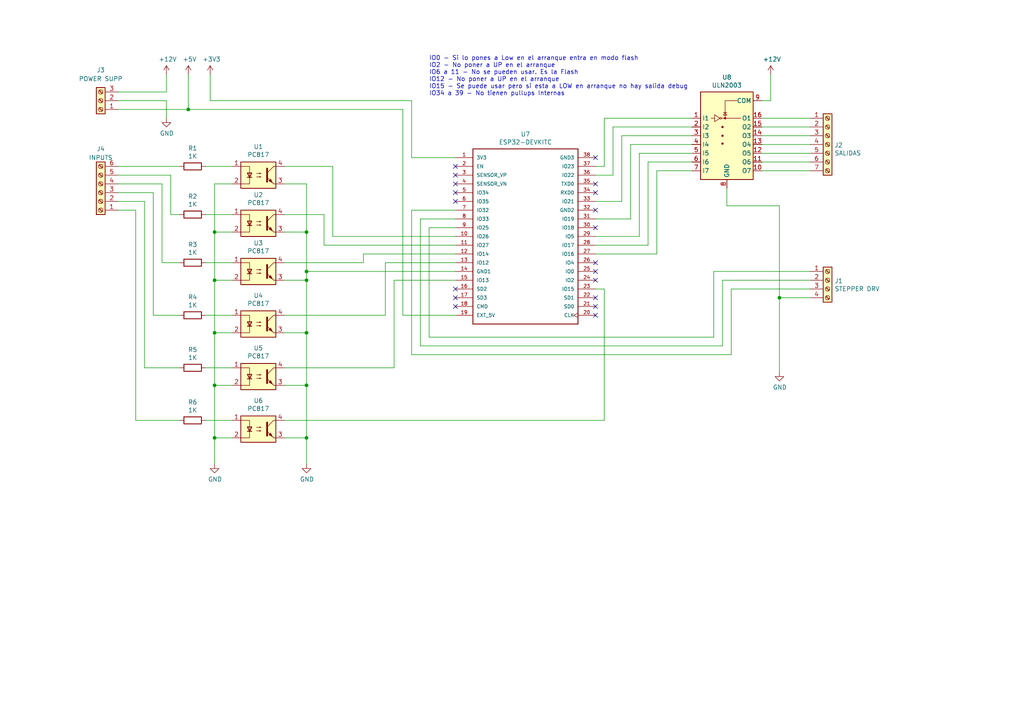
<source format=kicad_sch>
(kicad_sch (version 20211123) (generator eeschema)
  (paper "A4")
  (lib_symbols
    (symbol "Connector:Screw_Terminal_01x03" (pin_names (offset 1.016) hide)
      (property "Reference" "J" (at 0 5.08 0))
      (property "Value" "Screw_Terminal_01x03" (at 0 -5.08 0))
      (symbol "Screw_Terminal_01x03_1_1"
        (rectangle (start -1.27 3.81) (end 1.27 -3.81) (stroke (width 0.254)) (fill (type background)))
        (circle (center 0 -2.54) (radius 0.635) (stroke (width 0.1524)))
        (polyline (pts (xy -0.5334 -2.2098) (xy 0.3302 -3.048)) (stroke (width 0.1524)))
        (polyline (pts (xy -0.5334 0.3302) (xy 0.3302 -0.508)) (stroke (width 0.1524)))
        (polyline (pts (xy -0.5334 2.8702) (xy 0.3302 2.032)) (stroke (width 0.1524)))
        (polyline (pts (xy -0.3556 -2.032) (xy 0.508 -2.8702)) (stroke (width 0.1524)))
        (polyline (pts (xy -0.3556 0.508) (xy 0.508 -0.3302)) (stroke (width 0.1524)))
        (polyline (pts (xy -0.3556 3.048) (xy 0.508 2.2098)) (stroke (width 0.1524)))
        (circle (center 0 0) (radius 0.635) (stroke (width 0.1524)))
        (circle (center 0 2.54) (radius 0.635) (stroke (width 0.1524)))
        (pin passive line (at -5.08 2.54 0) (length 3.81) (name "Pin_1") (number "1"))
        (pin passive line (at -5.08 0 0) (length 3.81) (name "Pin_2") (number "2"))
        (pin passive line (at -5.08 -2.54 0) (length 3.81) (name "Pin_3") (number "3"))
      )
    )
    (symbol "Connector:Screw_Terminal_01x04" (pin_names (offset 1.016) hide)
      (property "Reference" "J" (at 0 5.08 0))
      (property "Value" "Screw_Terminal_01x04" (at 0 -7.62 0))
      (symbol "Screw_Terminal_01x04_1_1"
        (rectangle (start -1.27 3.81) (end 1.27 -6.35) (stroke (width 0.254)) (fill (type background)))
        (circle (center 0 -5.08) (radius 0.635) (stroke (width 0.1524)))
        (circle (center 0 -2.54) (radius 0.635) (stroke (width 0.1524)))
        (polyline (pts (xy -0.5334 -4.7498) (xy 0.3302 -5.588)) (stroke (width 0.1524)))
        (polyline (pts (xy -0.5334 -2.2098) (xy 0.3302 -3.048)) (stroke (width 0.1524)))
        (polyline (pts (xy -0.5334 0.3302) (xy 0.3302 -0.508)) (stroke (width 0.1524)))
        (polyline (pts (xy -0.5334 2.8702) (xy 0.3302 2.032)) (stroke (width 0.1524)))
        (polyline (pts (xy -0.3556 -4.572) (xy 0.508 -5.4102)) (stroke (width 0.1524)))
        (polyline (pts (xy -0.3556 -2.032) (xy 0.508 -2.8702)) (stroke (width 0.1524)))
        (polyline (pts (xy -0.3556 0.508) (xy 0.508 -0.3302)) (stroke (width 0.1524)))
        (polyline (pts (xy -0.3556 3.048) (xy 0.508 2.2098)) (stroke (width 0.1524)))
        (circle (center 0 0) (radius 0.635) (stroke (width 0.1524)))
        (circle (center 0 2.54) (radius 0.635) (stroke (width 0.1524)))
        (pin passive line (at -5.08 2.54 0) (length 3.81) (name "Pin_1") (number "1"))
        (pin passive line (at -5.08 0 0) (length 3.81) (name "Pin_2") (number "2"))
        (pin passive line (at -5.08 -2.54 0) (length 3.81) (name "Pin_3") (number "3"))
        (pin passive line (at -5.08 -5.08 0) (length 3.81) (name "Pin_4") (number "4"))
      )
    )
    (symbol "Connector:Screw_Terminal_01x06" (pin_names (offset 1.016) hide)
      (property "Reference" "J" (at 0 7.62 0))
      (property "Value" "Screw_Terminal_01x06" (at 0 -10.16 0))
      (symbol "Screw_Terminal_01x06_1_1"
        (rectangle (start -1.27 6.35) (end 1.27 -8.89) (stroke (width 0.254)) (fill (type background)))
        (circle (center 0 -7.62) (radius 0.635) (stroke (width 0.1524)))
        (circle (center 0 -5.08) (radius 0.635) (stroke (width 0.1524)))
        (circle (center 0 -2.54) (radius 0.635) (stroke (width 0.1524)))
        (polyline (pts (xy -0.5334 -7.2898) (xy 0.3302 -8.128)) (stroke (width 0.1524)))
        (polyline (pts (xy -0.5334 -4.7498) (xy 0.3302 -5.588)) (stroke (width 0.1524)))
        (polyline (pts (xy -0.5334 -2.2098) (xy 0.3302 -3.048)) (stroke (width 0.1524)))
        (polyline (pts (xy -0.5334 0.3302) (xy 0.3302 -0.508)) (stroke (width 0.1524)))
        (polyline (pts (xy -0.5334 2.8702) (xy 0.3302 2.032)) (stroke (width 0.1524)))
        (polyline (pts (xy -0.5334 5.4102) (xy 0.3302 4.572)) (stroke (width 0.1524)))
        (polyline (pts (xy -0.3556 -7.112) (xy 0.508 -7.9502)) (stroke (width 0.1524)))
        (polyline (pts (xy -0.3556 -4.572) (xy 0.508 -5.4102)) (stroke (width 0.1524)))
        (polyline (pts (xy -0.3556 -2.032) (xy 0.508 -2.8702)) (stroke (width 0.1524)))
        (polyline (pts (xy -0.3556 0.508) (xy 0.508 -0.3302)) (stroke (width 0.1524)))
        (polyline (pts (xy -0.3556 3.048) (xy 0.508 2.2098)) (stroke (width 0.1524)))
        (polyline (pts (xy -0.3556 5.588) (xy 0.508 4.7498)) (stroke (width 0.1524)))
        (circle (center 0 0) (radius 0.635) (stroke (width 0.1524)))
        (circle (center 0 2.54) (radius 0.635) (stroke (width 0.1524)))
        (circle (center 0 5.08) (radius 0.635) (stroke (width 0.1524)))
        (pin passive line (at -5.08 5.08 0) (length 3.81) (name "Pin_1") (number "1"))
        (pin passive line (at -5.08 2.54 0) (length 3.81) (name "Pin_2") (number "2"))
        (pin passive line (at -5.08 0 0) (length 3.81) (name "Pin_3") (number "3"))
        (pin passive line (at -5.08 -2.54 0) (length 3.81) (name "Pin_4") (number "4"))
        (pin passive line (at -5.08 -5.08 0) (length 3.81) (name "Pin_5") (number "5"))
        (pin passive line (at -5.08 -7.62 0) (length 3.81) (name "Pin_6") (number "6"))
      )
    )
    (symbol "Connector:Screw_Terminal_01x07" (pin_names (offset 1.016) hide)
      (property "Reference" "J" (at 0 10.16 0))
      (property "Value" "Screw_Terminal_01x07" (at 0 -10.16 0))
      (symbol "Screw_Terminal_01x07_1_1"
        (rectangle (start -1.27 8.89) (end 1.27 -8.89) (stroke (width 0.254)) (fill (type background)))
        (circle (center 0 -7.62) (radius 0.635) (stroke (width 0.1524)))
        (circle (center 0 -5.08) (radius 0.635) (stroke (width 0.1524)))
        (circle (center 0 -2.54) (radius 0.635) (stroke (width 0.1524)))
        (polyline (pts (xy -0.5334 -7.2898) (xy 0.3302 -8.128)) (stroke (width 0.1524)))
        (polyline (pts (xy -0.5334 -4.7498) (xy 0.3302 -5.588)) (stroke (width 0.1524)))
        (polyline (pts (xy -0.5334 -2.2098) (xy 0.3302 -3.048)) (stroke (width 0.1524)))
        (polyline (pts (xy -0.5334 0.3302) (xy 0.3302 -0.508)) (stroke (width 0.1524)))
        (polyline (pts (xy -0.5334 2.8702) (xy 0.3302 2.032)) (stroke (width 0.1524)))
        (polyline (pts (xy -0.5334 5.4102) (xy 0.3302 4.572)) (stroke (width 0.1524)))
        (polyline (pts (xy -0.5334 7.9502) (xy 0.3302 7.112)) (stroke (width 0.1524)))
        (polyline (pts (xy -0.3556 -7.112) (xy 0.508 -7.9502)) (stroke (width 0.1524)))
        (polyline (pts (xy -0.3556 -4.572) (xy 0.508 -5.4102)) (stroke (width 0.1524)))
        (polyline (pts (xy -0.3556 -2.032) (xy 0.508 -2.8702)) (stroke (width 0.1524)))
        (polyline (pts (xy -0.3556 0.508) (xy 0.508 -0.3302)) (stroke (width 0.1524)))
        (polyline (pts (xy -0.3556 3.048) (xy 0.508 2.2098)) (stroke (width 0.1524)))
        (polyline (pts (xy -0.3556 5.588) (xy 0.508 4.7498)) (stroke (width 0.1524)))
        (polyline (pts (xy -0.3556 8.128) (xy 0.508 7.2898)) (stroke (width 0.1524)))
        (circle (center 0 0) (radius 0.635) (stroke (width 0.1524)))
        (circle (center 0 2.54) (radius 0.635) (stroke (width 0.1524)))
        (circle (center 0 5.08) (radius 0.635) (stroke (width 0.1524)))
        (circle (center 0 7.62) (radius 0.635) (stroke (width 0.1524)))
        (pin passive line (at -5.08 7.62 0) (length 3.81) (name "Pin_1") (number "1"))
        (pin passive line (at -5.08 5.08 0) (length 3.81) (name "Pin_2") (number "2"))
        (pin passive line (at -5.08 2.54 0) (length 3.81) (name "Pin_3") (number "3"))
        (pin passive line (at -5.08 0 0) (length 3.81) (name "Pin_4") (number "4"))
        (pin passive line (at -5.08 -2.54 0) (length 3.81) (name "Pin_5") (number "5"))
        (pin passive line (at -5.08 -5.08 0) (length 3.81) (name "Pin_6") (number "6"))
        (pin passive line (at -5.08 -7.62 0) (length 3.81) (name "Pin_7") (number "7"))
      )
    )
    (symbol "Device:R" (pin_numbers hide) (pin_names (offset 0))
      (property "Reference" "R" (at 2.032 0 90))
      (property "Value" "R" (at 0 0 90))
      (symbol "R_0_1"
        (rectangle (start -1.016 -2.54) (end 1.016 2.54) (stroke (width 0.254)))
      )
      (symbol "R_1_1"
        (pin passive line (at 0 3.81 270) (length 1.27) (name "~") (number "1"))
        (pin passive line (at 0 -3.81 90) (length 1.27) (name "~") (number "2"))
      )
    )
    (symbol "Isolator:PC817" (pin_names (offset 1.016))
      (property "Reference" "U" (at -5.08 5.08 0))
      (property "Value" "PC817" (at 0 5.08 0))
      (symbol "PC817_0_1"
        (rectangle (start -5.08 3.81) (end 5.08 -3.81) (stroke (width 0.254)) (fill (type background)))
        (polyline (pts (xy -3.175 -0.635) (xy -1.905 -0.635)) (stroke (width 0.254)))
        (polyline (pts (xy 2.54 0.635) (xy 4.445 2.54)))
        (polyline (pts (xy 4.445 -2.54) (xy 2.54 -0.635)) (fill (type outline)))
        (polyline (pts (xy 4.445 -2.54) (xy 5.08 -2.54)))
        (polyline (pts (xy 4.445 2.54) (xy 5.08 2.54)))
        (polyline (pts (xy -5.08 2.54) (xy -2.54 2.54) (xy -2.54 -0.635)))
        (polyline (pts (xy -2.54 -0.635) (xy -2.54 -2.54) (xy -5.08 -2.54)))
        (polyline (pts (xy 2.54 1.905) (xy 2.54 -1.905) (xy 2.54 -1.905)) (stroke (width 0.508)))
        (polyline (pts (xy -2.54 -0.635) (xy -3.175 0.635) (xy -1.905 0.635) (xy -2.54 -0.635)) (stroke (width 0.254)))
        (polyline (pts (xy -0.508 -0.508) (xy 0.762 -0.508) (xy 0.381 -0.635) (xy 0.381 -0.381) (xy 0.762 -0.508)))
        (polyline (pts (xy -0.508 0.508) (xy 0.762 0.508) (xy 0.381 0.381) (xy 0.381 0.635) (xy 0.762 0.508)))
        (polyline (pts (xy 3.048 -1.651) (xy 3.556 -1.143) (xy 4.064 -2.159) (xy 3.048 -1.651) (xy 3.048 -1.651)) (fill (type outline)))
      )
      (symbol "PC817_1_1"
        (pin passive line (at -7.62 2.54 0) (length 2.54) (name "~") (number "1"))
        (pin passive line (at -7.62 -2.54 0) (length 2.54) (name "~") (number "2"))
        (pin passive line (at 7.62 -2.54 180) (length 2.54) (name "~") (number "3"))
        (pin passive line (at 7.62 2.54 180) (length 2.54) (name "~") (number "4"))
      )
    )
    (symbol "PlacaIOAzimut-rescue:ESP32-DEVKITC-ESP32-DEVKITC" (pin_names (offset 1.016))
      (property "Reference" "U" (at -15.2654 26.0604 0))
      (property "Value" "ESP32-DEVKITC-ESP32-DEVKITC" (at -15.2654 -27.9654 0))
      (symbol "ESP32-DEVKITC-ESP32-DEVKITC_0_0"
        (polyline (pts (xy -15.24 -25.4) (xy -15.24 25.4)) (stroke (width 0.254)))
        (polyline (pts (xy -15.24 25.4) (xy 15.24 25.4)) (stroke (width 0.254)))
        (polyline (pts (xy 15.24 -25.4) (xy -15.24 -25.4)) (stroke (width 0.254)))
        (polyline (pts (xy 15.24 25.4) (xy 15.24 -25.4)) (stroke (width 0.254)))
        (pin power_in line (at -20.32 22.86 0) (length 5.08) (name "3V3") (number "1"))
        (pin bidirectional line (at -20.32 0 0) (length 5.08) (name "IO26") (number "10"))
        (pin bidirectional line (at -20.32 -2.54 0) (length 5.08) (name "IO27") (number "11"))
        (pin bidirectional line (at -20.32 -5.08 0) (length 5.08) (name "IO14") (number "12"))
        (pin bidirectional line (at -20.32 -7.62 0) (length 5.08) (name "IO12") (number "13"))
        (pin power_in line (at -20.32 -10.16 0) (length 5.08) (name "GND1") (number "14"))
        (pin bidirectional line (at -20.32 -12.7 0) (length 5.08) (name "IO13") (number "15"))
        (pin bidirectional line (at -20.32 -15.24 0) (length 5.08) (name "SD2") (number "16"))
        (pin bidirectional line (at -20.32 -17.78 0) (length 5.08) (name "SD3") (number "17"))
        (pin bidirectional line (at -20.32 -20.32 0) (length 5.08) (name "CMD") (number "18"))
        (pin power_in line (at -20.32 -22.86 0) (length 5.08) (name "EXT_5V") (number "19"))
        (pin input line (at -20.32 20.32 0) (length 5.08) (name "EN") (number "2"))
        (pin input clock (at 20.32 -22.86 180) (length 5.08) (name "CLK") (number "20"))
        (pin bidirectional line (at 20.32 -20.32 180) (length 5.08) (name "SD0") (number "21"))
        (pin bidirectional line (at 20.32 -17.78 180) (length 5.08) (name "SD1") (number "22"))
        (pin bidirectional line (at 20.32 -15.24 180) (length 5.08) (name "IO15") (number "23"))
        (pin bidirectional line (at 20.32 -12.7 180) (length 5.08) (name "IO2") (number "24"))
        (pin bidirectional line (at 20.32 -10.16 180) (length 5.08) (name "IO0") (number "25"))
        (pin bidirectional line (at 20.32 -7.62 180) (length 5.08) (name "IO4") (number "26"))
        (pin bidirectional line (at 20.32 -5.08 180) (length 5.08) (name "IO16") (number "27"))
        (pin bidirectional line (at 20.32 -2.54 180) (length 5.08) (name "IO17") (number "28"))
        (pin bidirectional line (at 20.32 0 180) (length 5.08) (name "IO5") (number "29"))
        (pin input line (at -20.32 17.78 0) (length 5.08) (name "SENSOR_VP") (number "3"))
        (pin bidirectional line (at 20.32 2.54 180) (length 5.08) (name "IO18") (number "30"))
        (pin bidirectional line (at 20.32 5.08 180) (length 5.08) (name "IO19") (number "31"))
        (pin power_in line (at 20.32 7.62 180) (length 5.08) (name "GND2") (number "32"))
        (pin bidirectional line (at 20.32 10.16 180) (length 5.08) (name "IO21") (number "33"))
        (pin input line (at 20.32 12.7 180) (length 5.08) (name "RXD0") (number "34"))
        (pin output line (at 20.32 15.24 180) (length 5.08) (name "TXD0") (number "35"))
        (pin bidirectional line (at 20.32 17.78 180) (length 5.08) (name "IO22") (number "36"))
        (pin bidirectional line (at 20.32 20.32 180) (length 5.08) (name "IO23") (number "37"))
        (pin power_in line (at 20.32 22.86 180) (length 5.08) (name "GND3") (number "38"))
        (pin input line (at -20.32 15.24 0) (length 5.08) (name "SENSOR_VN") (number "4"))
        (pin bidirectional line (at -20.32 12.7 0) (length 5.08) (name "IO34") (number "5"))
        (pin bidirectional line (at -20.32 10.16 0) (length 5.08) (name "IO35") (number "6"))
        (pin bidirectional line (at -20.32 7.62 0) (length 5.08) (name "IO32") (number "7"))
        (pin bidirectional line (at -20.32 5.08 0) (length 5.08) (name "IO33") (number "8"))
        (pin bidirectional line (at -20.32 2.54 0) (length 5.08) (name "IO25") (number "9"))
      )
    )
    (symbol "Transistor_Array:ULN2003"
      (property "Reference" "U" (at 0 15.875 0))
      (property "Value" "ULN2003" (at 0 13.97 0))
      (symbol "ULN2003_0_1"
        (rectangle (start -7.62 -12.7) (end 7.62 12.7) (stroke (width 0.254)) (fill (type background)))
        (circle (center -1.778 5.08) (radius 0.254))
        (circle (center -1.27 -2.286) (radius 0.254) (fill (type outline)))
        (circle (center -1.27 0) (radius 0.254) (fill (type outline)))
        (circle (center -1.27 2.54) (radius 0.254) (fill (type outline)))
        (circle (center -0.508 5.08) (radius 0.254) (fill (type outline)))
        (polyline (pts (xy -4.572 5.08) (xy -3.556 5.08)))
        (polyline (pts (xy -1.524 5.08) (xy 4.064 5.08)))
        (polyline (pts (xy 0 6.731) (xy -1.016 6.731)))
        (polyline (pts (xy -0.508 5.08) (xy -0.508 10.16) (xy 2.921 10.16)))
        (polyline (pts (xy -3.556 6.096) (xy -3.556 4.064) (xy -2.032 5.08) (xy -3.556 6.096)))
        (polyline (pts (xy 0 5.969) (xy -1.016 5.969) (xy -0.508 6.731) (xy 0 5.969)))
      )
      (symbol "ULN2003_1_1"
        (pin input line (at -10.16 5.08 0) (length 2.54) (name "I1") (number "1"))
        (pin open_collector line (at 10.16 -10.16 180) (length 2.54) (name "O7") (number "10"))
        (pin open_collector line (at 10.16 -7.62 180) (length 2.54) (name "O6") (number "11"))
        (pin open_collector line (at 10.16 -5.08 180) (length 2.54) (name "O5") (number "12"))
        (pin open_collector line (at 10.16 -2.54 180) (length 2.54) (name "O4") (number "13"))
        (pin open_collector line (at 10.16 0 180) (length 2.54) (name "O3") (number "14"))
        (pin open_collector line (at 10.16 2.54 180) (length 2.54) (name "O2") (number "15"))
        (pin open_collector line (at 10.16 5.08 180) (length 2.54) (name "O1") (number "16"))
        (pin input line (at -10.16 2.54 0) (length 2.54) (name "I2") (number "2"))
        (pin input line (at -10.16 0 0) (length 2.54) (name "I3") (number "3"))
        (pin input line (at -10.16 -2.54 0) (length 2.54) (name "I4") (number "4"))
        (pin input line (at -10.16 -5.08 0) (length 2.54) (name "I5") (number "5"))
        (pin input line (at -10.16 -7.62 0) (length 2.54) (name "I6") (number "6"))
        (pin input line (at -10.16 -10.16 0) (length 2.54) (name "I7") (number "7"))
        (pin power_in line (at 0 -15.24 90) (length 2.54) (name "GND") (number "8"))
        (pin passive line (at 10.16 10.16 180) (length 2.54) (name "COM") (number "9"))
      )
    )
    (symbol "power:+12V" (power) (pin_names (offset 0))
      (property "Value" "+12V" (at 0 3.556 0))
      (symbol "+12V_0_1"
        (polyline (pts (xy -0.762 1.27) (xy 0 2.54)))
        (polyline (pts (xy 0 0) (xy 0 2.54)))
        (polyline (pts (xy 0 2.54) (xy 0.762 1.27)))
      )
      (symbol "+12V_1_1"
        (pin power_in line (at 0 0 90) (length 0) hide (name "+12V") (number "1"))
      )
    )
    (symbol "power:+3V3" (power) (pin_names (offset 0))
      (property "Value" "+3V3" (at 0 3.556 0))
      (symbol "+3V3_0_1"
        (polyline (pts (xy -0.762 1.27) (xy 0 2.54)))
        (polyline (pts (xy 0 0) (xy 0 2.54)))
        (polyline (pts (xy 0 2.54) (xy 0.762 1.27)))
      )
      (symbol "+3V3_1_1"
        (pin power_in line (at 0 0 90) (length 0) hide (name "+3V3") (number "1"))
      )
    )
    (symbol "power:+5V" (power) (pin_names (offset 0))
      (property "Value" "+5V" (at 0 3.556 0))
      (symbol "+5V_0_1"
        (polyline (pts (xy -0.762 1.27) (xy 0 2.54)))
        (polyline (pts (xy 0 0) (xy 0 2.54)))
        (polyline (pts (xy 0 2.54) (xy 0.762 1.27)))
      )
      (symbol "+5V_1_1"
        (pin power_in line (at 0 0 90) (length 0) hide (name "+5V") (number "1"))
      )
    )
    (symbol "power:GND" (power) (pin_names (offset 0))
      (property "Value" "GND" (at 0 -3.81 0))
      (symbol "GND_0_1"
        (polyline (pts (xy 0 0) (xy 0 -1.27) (xy 1.27 -1.27) (xy 0 -2.54) (xy -1.27 -1.27) (xy 0 -1.27)))
      )
      (symbol "GND_1_1"
        (pin power_in line (at 0 0 270) (length 0) hide (name "GND") (number "1"))
      )
    )
  )
  (junction (at 62.23 127))
  (junction (at 88.9 67.31))
  (junction (at 62.23 81.28))
  (junction (at 62.23 111.76))
  (junction (at 88.9 96.52))
  (junction (at 88.9 111.76))
  (junction (at 88.9 81.28))
  (junction (at 88.9 78.74))
  (junction (at 62.23 67.31))
  (junction (at 226.06 86.36))
  (junction (at 88.9 127))
  (junction (at 62.23 96.52))
  (junction (at 54.61 31.75))
  (no_connect (at 132.08 50.8))
  (no_connect (at 172.72 66.04))
  (no_connect (at 132.08 88.9))
  (no_connect (at 172.72 53.34))
  (no_connect (at 132.08 55.88))
  (no_connect (at 172.72 86.36))
  (no_connect (at 172.72 55.88))
  (no_connect (at 172.72 60.96))
  (no_connect (at 172.72 88.9))
  (no_connect (at 132.08 53.34))
  (no_connect (at 172.72 78.74))
  (no_connect (at 132.08 83.82))
  (no_connect (at 132.08 48.26))
  (no_connect (at 172.72 76.2))
  (no_connect (at 132.08 86.36))
  (no_connect (at 172.72 45.72))
  (no_connect (at 172.72 91.44))
  (no_connect (at 132.08 58.42))
  (no_connect (at 172.72 81.28))
  (wire (pts (xy 67.31 81.28) (xy 62.23 81.28)))
  (wire (pts (xy 220.98 49.53) (xy 234.95 49.53)))
  (wire (pts (xy 119.38 102.87) (xy 212.09 102.87)))
  (wire (pts (xy 67.31 96.52) (xy 62.23 96.52)))
  (wire (pts (xy 54.61 31.75) (xy 54.61 21.59)))
  (wire (pts (xy 39.37 60.96) (xy 34.29 60.96)))
  (wire (pts (xy 172.72 68.58) (xy 185.42 68.58)))
  (wire (pts (xy 182.88 63.5) (xy 182.88 41.91)))
  (wire (pts (xy 172.72 83.82) (xy 175.26 83.82)))
  (wire (pts (xy 62.23 111.76) (xy 62.23 127)))
  (wire (pts (xy 52.07 106.68) (xy 41.91 106.68)))
  (wire (pts (xy 88.9 53.34) (xy 88.9 67.31)))
  (wire (pts (xy 220.98 41.91) (xy 234.95 41.91)))
  (wire (pts (xy 210.82 54.61) (xy 210.82 59.69)))
  (wire (pts (xy 44.45 55.88) (xy 34.29 55.88)))
  (wire (pts (xy 82.55 67.31) (xy 88.9 67.31)))
  (wire (pts (xy 175.26 83.82) (xy 175.26 121.92)))
  (wire (pts (xy 59.69 76.2) (xy 67.31 76.2)))
  (wire (pts (xy 82.55 111.76) (xy 88.9 111.76)))
  (wire (pts (xy 124.46 97.79) (xy 207.01 97.79)))
  (wire (pts (xy 111.76 76.2) (xy 111.76 91.44)))
  (wire (pts (xy 119.38 29.21) (xy 60.96 29.21)))
  (wire (pts (xy 175.26 34.29) (xy 200.66 34.29)))
  (wire (pts (xy 212.09 102.87) (xy 212.09 83.82)))
  (wire (pts (xy 185.42 68.58) (xy 185.42 44.45)))
  (wire (pts (xy 172.72 58.42) (xy 180.34 58.42)))
  (wire (pts (xy 119.38 45.72) (xy 119.38 29.21)))
  (wire (pts (xy 226.06 59.69) (xy 226.06 86.36)))
  (wire (pts (xy 220.98 39.37) (xy 234.95 39.37)))
  (wire (pts (xy 220.98 34.29) (xy 234.95 34.29)))
  (wire (pts (xy 41.91 106.68) (xy 41.91 58.42)))
  (wire (pts (xy 132.08 68.58) (xy 96.52 68.58)))
  (wire (pts (xy 96.52 48.26) (xy 82.55 48.26)))
  (wire (pts (xy 62.23 53.34) (xy 62.23 67.31)))
  (wire (pts (xy 172.72 63.5) (xy 182.88 63.5)))
  (wire (pts (xy 49.53 50.8) (xy 49.53 62.23)))
  (wire (pts (xy 177.8 36.83) (xy 200.66 36.83)))
  (wire (pts (xy 34.29 50.8) (xy 49.53 50.8)))
  (wire (pts (xy 220.98 44.45) (xy 234.95 44.45)))
  (wire (pts (xy 175.26 121.92) (xy 82.55 121.92)))
  (wire (pts (xy 119.38 60.96) (xy 119.38 102.87)))
  (wire (pts (xy 212.09 83.82) (xy 234.95 83.82)))
  (wire (pts (xy 60.96 29.21) (xy 60.96 21.59)))
  (wire (pts (xy 210.82 59.69) (xy 226.06 59.69)))
  (wire (pts (xy 207.01 97.79) (xy 207.01 78.74)))
  (wire (pts (xy 132.08 66.04) (xy 124.46 66.04)))
  (wire (pts (xy 121.92 63.5) (xy 121.92 100.33)))
  (wire (pts (xy 209.55 100.33) (xy 209.55 81.28)))
  (wire (pts (xy 180.34 58.42) (xy 180.34 39.37)))
  (wire (pts (xy 34.29 48.26) (xy 52.07 48.26)))
  (wire (pts (xy 46.99 76.2) (xy 52.07 76.2)))
  (wire (pts (xy 67.31 67.31) (xy 62.23 67.31)))
  (wire (pts (xy 132.08 60.96) (xy 119.38 60.96)))
  (wire (pts (xy 82.55 96.52) (xy 88.9 96.52)))
  (wire (pts (xy 177.8 50.8) (xy 177.8 36.83)))
  (wire (pts (xy 48.26 26.67) (xy 48.26 21.59)))
  (wire (pts (xy 114.3 106.68) (xy 82.55 106.68)))
  (wire (pts (xy 82.55 127) (xy 88.9 127)))
  (wire (pts (xy 52.07 91.44) (xy 44.45 91.44)))
  (wire (pts (xy 119.38 45.72) (xy 132.08 45.72)))
  (wire (pts (xy 234.95 86.36) (xy 226.06 86.36)))
  (wire (pts (xy 226.06 86.36) (xy 226.06 107.95)))
  (wire (pts (xy 34.29 53.34) (xy 46.99 53.34)))
  (wire (pts (xy 54.61 31.75) (xy 116.84 31.75)))
  (wire (pts (xy 62.23 96.52) (xy 62.23 111.76)))
  (wire (pts (xy 116.84 91.44) (xy 132.08 91.44)))
  (wire (pts (xy 88.9 81.28) (xy 88.9 96.52)))
  (wire (pts (xy 132.08 71.12) (xy 93.98 71.12)))
  (wire (pts (xy 105.41 73.66) (xy 105.41 76.2)))
  (wire (pts (xy 220.98 36.83) (xy 234.95 36.83)))
  (wire (pts (xy 41.91 58.42) (xy 34.29 58.42)))
  (wire (pts (xy 172.72 50.8) (xy 177.8 50.8)))
  (wire (pts (xy 175.26 48.26) (xy 175.26 34.29)))
  (wire (pts (xy 121.92 100.33) (xy 209.55 100.33)))
  (wire (pts (xy 34.29 29.21) (xy 48.26 29.21)))
  (wire (pts (xy 46.99 53.34) (xy 46.99 76.2)))
  (wire (pts (xy 59.69 91.44) (xy 67.31 91.44)))
  (wire (pts (xy 82.55 81.28) (xy 88.9 81.28)))
  (wire (pts (xy 132.08 78.74) (xy 88.9 78.74)))
  (wire (pts (xy 132.08 76.2) (xy 111.76 76.2)))
  (wire (pts (xy 207.01 78.74) (xy 234.95 78.74)))
  (wire (pts (xy 93.98 71.12) (xy 93.98 62.23)))
  (wire (pts (xy 62.23 81.28) (xy 62.23 96.52)))
  (wire (pts (xy 34.29 31.75) (xy 54.61 31.75)))
  (wire (pts (xy 182.88 41.91) (xy 200.66 41.91)))
  (wire (pts (xy 48.26 29.21) (xy 48.26 34.29)))
  (wire (pts (xy 88.9 78.74) (xy 88.9 81.28)))
  (wire (pts (xy 88.9 111.76) (xy 88.9 127)))
  (wire (pts (xy 132.08 81.28) (xy 114.3 81.28)))
  (wire (pts (xy 67.31 127) (xy 62.23 127)))
  (wire (pts (xy 67.31 111.76) (xy 62.23 111.76)))
  (wire (pts (xy 96.52 68.58) (xy 96.52 48.26)))
  (wire (pts (xy 190.5 49.53) (xy 200.66 49.53)))
  (wire (pts (xy 190.5 73.66) (xy 190.5 49.53)))
  (wire (pts (xy 62.23 127) (xy 62.23 134.62)))
  (wire (pts (xy 88.9 67.31) (xy 88.9 78.74)))
  (wire (pts (xy 187.96 46.99) (xy 200.66 46.99)))
  (wire (pts (xy 114.3 81.28) (xy 114.3 106.68)))
  (wire (pts (xy 220.98 46.99) (xy 234.95 46.99)))
  (wire (pts (xy 124.46 66.04) (xy 124.46 97.79)))
  (wire (pts (xy 67.31 53.34) (xy 62.23 53.34)))
  (wire (pts (xy 172.72 71.12) (xy 187.96 71.12)))
  (wire (pts (xy 59.69 48.26) (xy 67.31 48.26)))
  (wire (pts (xy 185.42 44.45) (xy 200.66 44.45)))
  (wire (pts (xy 132.08 73.66) (xy 105.41 73.66)))
  (wire (pts (xy 209.55 81.28) (xy 234.95 81.28)))
  (wire (pts (xy 187.96 71.12) (xy 187.96 46.99)))
  (wire (pts (xy 172.72 48.26) (xy 175.26 48.26)))
  (wire (pts (xy 220.98 29.21) (xy 223.52 29.21)))
  (wire (pts (xy 105.41 76.2) (xy 82.55 76.2)))
  (wire (pts (xy 132.08 63.5) (xy 121.92 63.5)))
  (wire (pts (xy 82.55 53.34) (xy 88.9 53.34)))
  (wire (pts (xy 62.23 67.31) (xy 62.23 81.28)))
  (wire (pts (xy 223.52 29.21) (xy 223.52 21.59)))
  (wire (pts (xy 59.69 106.68) (xy 67.31 106.68)))
  (wire (pts (xy 59.69 121.92) (xy 67.31 121.92)))
  (wire (pts (xy 88.9 96.52) (xy 88.9 111.76)))
  (wire (pts (xy 116.84 31.75) (xy 116.84 91.44)))
  (wire (pts (xy 44.45 91.44) (xy 44.45 55.88)))
  (wire (pts (xy 34.29 26.67) (xy 48.26 26.67)))
  (wire (pts (xy 172.72 73.66) (xy 190.5 73.66)))
  (wire (pts (xy 59.69 62.23) (xy 67.31 62.23)))
  (wire (pts (xy 52.07 121.92) (xy 39.37 121.92)))
  (wire (pts (xy 49.53 62.23) (xy 52.07 62.23)))
  (wire (pts (xy 39.37 121.92) (xy 39.37 60.96)))
  (wire (pts (xy 88.9 127) (xy 88.9 134.62)))
  (wire (pts (xy 93.98 62.23) (xy 82.55 62.23)))
  (wire (pts (xy 180.34 39.37) (xy 200.66 39.37)))
  (wire (pts (xy 111.76 91.44) (xy 82.55 91.44)))
  (text "IO0 - Si lo pones a Low en el arranque entra en modo flash\nIO2 - No poner a UP en el arranque\nIO6 a 11 - No se pueden usar. Es la Flash\nIO12 - No poner a UP en el arranque\nIO15 - Se puede usar pero si esta a LOW en arranque no hay salida debug\nIO34 a 39 - No tienen pullups Internas" (at 124.46 27.94 0) (effects (font (size 1.27 1.27)) (justify left bottom)))
  (symbol (lib_id "Isolator:PC817") (at 74.93 50.8 0) (unit 1)
    (property "Reference" "U1" (at 74.93 42.545 0))
    (property "Value" "PC817" (at 74.93 44.8564 0))
    (property "Footprint" "Package_DIP:DIP-4_W7.62mm" (effects hide))
    (property "Datasheet" "http://www.soselectronic.cz/a_info/resource/d/pc817.pdf" (effects hide))
  )
  (symbol (lib_id "Transistor_Array:ULN2003") (at 210.82 39.37 0) (unit 1)
    (property "Reference" "U8" (at 210.82 22.4282 0))
    (property "Value" "ULN2003" (at 210.82 24.7396 0))
    (property "Footprint" "Package_DIP:DIP-16_W7.62mm_LongPads" (effects hide))
    (property "Datasheet" "http://www.ti.com/lit/ds/symlink/uln2003a.pdf" (effects hide))
  )
  (symbol (lib_id "Connector:Screw_Terminal_01x07") (at 240.03 41.91 0) (unit 1)
    (property "Reference" "J2" (at 242.0366 42.1132 0) (effects (justify left)))
    (property "Value" "SALIDAS" (at 242.0366 44.4246 0) (effects (justify left)))
    (property "Footprint" "TerminalBlock_RND:TerminalBlock_RND_205-00050_1x07_P5.00mm_Horizontal" (effects hide))
  )
  (symbol (lib_id "Connector:Screw_Terminal_01x03") (at 29.21 29.21 180) (unit 1)
    (property "Reference" "J3" (at 29.21 20.32 0))
    (property "Value" "POWER SUPP" (at 29.21 22.86 0))
    (property "Footprint" "TerminalBlock_RND:TerminalBlock_RND_205-00046_1x03_P5.00mm_Horizontal" (effects hide))
  )
  (symbol (lib_id "Connector:Screw_Terminal_01x04") (at 240.03 81.28 0) (unit 1)
    (property "Reference" "J1" (at 242.062 81.4832 0) (effects (justify left)))
    (property "Value" "STEPPER DRV" (at 242.062 83.7946 0) (effects (justify left)))
    (property "Footprint" "TerminalBlock_RND:TerminalBlock_RND_205-00047_1x04_P5.00mm_Horizontal" (effects hide))
  )
  (symbol (lib_id "Connector:Screw_Terminal_01x06") (at 29.21 55.88 180) (unit 1)
    (property "Reference" "J4" (at 29.21 43.18 0))
    (property "Value" "INPUTS" (at 29.21 45.72 0))
    (property "Footprint" "TerminalBlock_RND:TerminalBlock_RND_205-00049_1x06_P5.00mm_Horizontal" (effects hide))
  )
  (symbol (lib_id "Isolator:PC817") (at 74.93 64.77 0) (unit 1)
    (property "Reference" "U2" (at 74.93 56.515 0))
    (property "Value" "PC817" (at 74.93 58.8264 0))
    (property "Footprint" "Package_DIP:DIP-4_W7.62mm" (effects hide))
    (property "Datasheet" "http://www.soselectronic.cz/a_info/resource/d/pc817.pdf" (effects hide))
  )
  (symbol (lib_id "Isolator:PC817") (at 74.93 78.74 0) (unit 1)
    (property "Reference" "U3" (at 74.93 70.485 0))
    (property "Value" "PC817" (at 74.93 72.7964 0))
    (property "Footprint" "Package_DIP:DIP-4_W7.62mm" (effects hide))
    (property "Datasheet" "http://www.soselectronic.cz/a_info/resource/d/pc817.pdf" (effects hide))
  )
  (symbol (lib_id "power:GND") (at 48.26 34.29 0) (unit 1)
    (property "Reference" "#PWR0101" (effects hide))
    (property "Value" "GND" (at 48.387 38.6842 0))
  )
  (symbol (lib_id "power:+12V") (at 48.26 21.59 0) (unit 1)
    (property "Reference" "#PWR0102" (effects hide))
    (property "Value" "+12V" (at 48.641 17.1958 0))
  )
  (symbol (lib_id "power:+5V") (at 54.61 21.59 0) (unit 1)
    (property "Reference" "#PWR0103" (effects hide))
    (property "Value" "+5V" (at 54.991 17.1958 0))
  )
  (symbol (lib_id "power:+12V") (at 223.52 21.59 0) (unit 1)
    (property "Reference" "#PWR0104" (effects hide))
    (property "Value" "+12V" (at 223.901 17.1958 0))
  )
  (symbol (lib_id "power:GND") (at 226.06 107.95 0) (unit 1)
    (property "Reference" "#PWR0105" (effects hide))
    (property "Value" "GND" (at 226.187 112.3442 0))
  )
  (symbol (lib_id "power:GND") (at 88.9 134.62 0) (unit 1)
    (property "Reference" "#PWR0106" (effects hide))
    (property "Value" "GND" (at 89.027 139.0142 0))
  )
  (symbol (lib_id "power:GND") (at 62.23 134.62 0) (unit 1)
    (property "Reference" "#PWR0107" (effects hide))
    (property "Value" "GND" (at 62.357 139.0142 0))
  )
  (symbol (lib_id "Device:R") (at 55.88 48.26 270) (unit 1)
    (property "Reference" "R1" (at 55.88 43.0022 90))
    (property "Value" "1K" (at 55.88 45.3136 90))
    (property "Footprint" "Resistor_THT:R_Axial_DIN0207_L6.3mm_D2.5mm_P10.16mm_Horizontal" (effects hide))
  )
  (symbol (lib_id "Device:R") (at 55.88 62.23 270) (unit 1)
    (property "Reference" "R2" (at 55.88 56.9722 90))
    (property "Value" "1K" (at 55.88 59.2836 90))
    (property "Footprint" "Resistor_THT:R_Axial_DIN0207_L6.3mm_D2.5mm_P10.16mm_Horizontal" (effects hide))
  )
  (symbol (lib_id "Device:R") (at 55.88 76.2 270) (unit 1)
    (property "Reference" "R3" (at 55.88 70.9422 90))
    (property "Value" "1K" (at 55.88 73.2536 90))
    (property "Footprint" "Resistor_THT:R_Axial_DIN0207_L6.3mm_D2.5mm_P10.16mm_Horizontal" (effects hide))
  )
  (symbol (lib_id "PlacaIOAzimut-rescue:ESP32-DEVKITC-ESP32-DEVKITC") (at 152.4 68.58 0) (unit 1)
    (property "Reference" "U7" (at 152.4 38.9382 0))
    (property "Value" "ESP32-DEVKITC" (at 152.4 41.2496 0))
    (property "Footprint" "ESP32-DEVKITC:MODULE_ESP32-DEVKITC" (effects hide))
    (property "Datasheet" "None" (effects hide))
    (property "Campo4" "ESP32-DEVKITC-32D-F" (effects hide))
    (property "Campo5" "EVAL BOARD FOR ESP-WROOM-32" (effects hide))
    (property "Campo6" "Espressif Systems" (effects hide))
    (property "Campo7" "None" (effects hide))
    (property "Campo8" "Unavailable" (effects hide))
  )
  (symbol (lib_id "power:+3V3") (at 60.96 21.59 0) (unit 1)
    (property "Reference" "#PWR0109" (effects hide))
    (property "Value" "+3V3" (at 61.341 17.1958 0))
  )
  (symbol (lib_id "Isolator:PC817") (at 74.93 93.98 0) (unit 1)
    (property "Reference" "U4" (at 74.93 85.725 0))
    (property "Value" "PC817" (at 74.93 88.0364 0))
    (property "Footprint" "Package_DIP:DIP-4_W7.62mm" (effects hide))
    (property "Datasheet" "http://www.soselectronic.cz/a_info/resource/d/pc817.pdf" (effects hide))
  )
  (symbol (lib_id "Isolator:PC817") (at 74.93 109.22 0) (unit 1)
    (property "Reference" "U5" (at 74.93 100.965 0))
    (property "Value" "PC817" (at 74.93 103.2764 0))
    (property "Footprint" "Package_DIP:DIP-4_W7.62mm" (effects hide))
    (property "Datasheet" "http://www.soselectronic.cz/a_info/resource/d/pc817.pdf" (effects hide))
  )
  (symbol (lib_id "Device:R") (at 55.88 91.44 270) (unit 1)
    (property "Reference" "R4" (at 55.88 86.1822 90))
    (property "Value" "1K" (at 55.88 88.4936 90))
    (property "Footprint" "Resistor_THT:R_Axial_DIN0207_L6.3mm_D2.5mm_P10.16mm_Horizontal" (effects hide))
  )
  (symbol (lib_id "Device:R") (at 55.88 106.68 270) (unit 1)
    (property "Reference" "R5" (at 55.88 101.4222 90))
    (property "Value" "1K" (at 55.88 103.7336 90))
    (property "Footprint" "Resistor_THT:R_Axial_DIN0207_L6.3mm_D2.5mm_P10.16mm_Horizontal" (effects hide))
  )
  (symbol (lib_id "Isolator:PC817") (at 74.93 124.46 0) (unit 1)
    (property "Reference" "U6" (at 74.93 116.205 0))
    (property "Value" "PC817" (at 74.93 118.5164 0))
    (property "Footprint" "Package_DIP:DIP-4_W7.62mm" (effects hide))
    (property "Datasheet" "http://www.soselectronic.cz/a_info/resource/d/pc817.pdf" (effects hide))
  )
  (symbol (lib_id "Device:R") (at 55.88 121.92 270) (unit 1)
    (property "Reference" "R6" (at 55.88 116.6622 90))
    (property "Value" "1K" (at 55.88 118.9736 90))
    (property "Footprint" "Resistor_THT:R_Axial_DIN0207_L6.3mm_D2.5mm_P10.16mm_Horizontal" (effects hide))
  )
)
</source>
